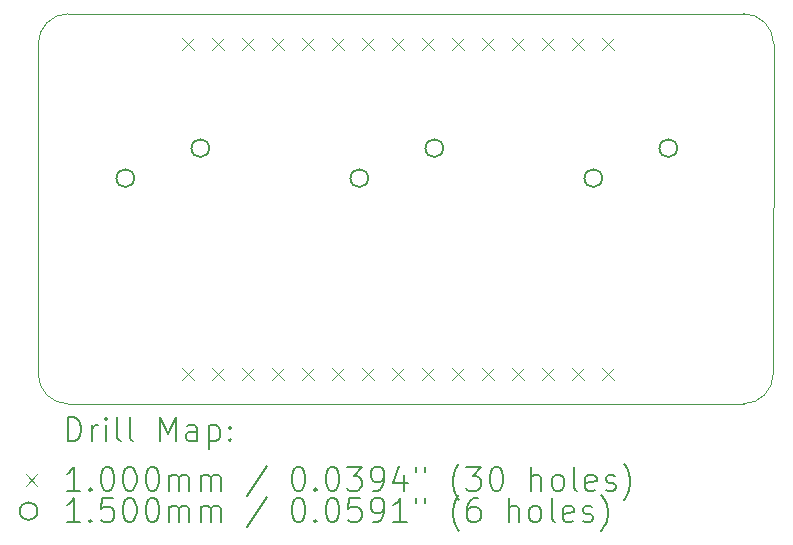
<source format=gbr>
%FSLAX45Y45*%
G04 Gerber Fmt 4.5, Leading zero omitted, Abs format (unit mm)*
G04 Created by KiCad (PCBNEW (6.0.4-0)) date 2022-04-05 18:33:46*
%MOMM*%
%LPD*%
G01*
G04 APERTURE LIST*
%TA.AperFunction,Profile*%
%ADD10C,0.100000*%
%TD*%
%ADD11C,0.200000*%
%ADD12C,0.100000*%
%ADD13C,0.150000*%
G04 APERTURE END LIST*
D10*
X4443400Y-13335000D02*
X4445000Y-10541000D01*
X4697400Y-10287005D02*
G75*
G03*
X4445000Y-10541000I1600J-253995D01*
G01*
X10417200Y-10287000D02*
X4697400Y-10287000D01*
X4443400Y-13335000D02*
G75*
G03*
X4697400Y-13589000I254000J0D01*
G01*
X10671200Y-10541000D02*
G75*
G03*
X10417200Y-10287000I-254000J0D01*
G01*
X10417200Y-13589000D02*
G75*
G03*
X10668000Y-13335000I-3220J254000D01*
G01*
X10417200Y-13589000D02*
X4697400Y-13589000D01*
X10668000Y-13335000D02*
X10671200Y-10541000D01*
D11*
D12*
X5665000Y-10491000D02*
X5765000Y-10591000D01*
X5765000Y-10491000D02*
X5665000Y-10591000D01*
X5665500Y-13285000D02*
X5765500Y-13385000D01*
X5765500Y-13285000D02*
X5665500Y-13385000D01*
X5919000Y-10491000D02*
X6019000Y-10591000D01*
X6019000Y-10491000D02*
X5919000Y-10591000D01*
X5919500Y-13285000D02*
X6019500Y-13385000D01*
X6019500Y-13285000D02*
X5919500Y-13385000D01*
X6173000Y-10491000D02*
X6273000Y-10591000D01*
X6273000Y-10491000D02*
X6173000Y-10591000D01*
X6173500Y-13285000D02*
X6273500Y-13385000D01*
X6273500Y-13285000D02*
X6173500Y-13385000D01*
X6427000Y-10491000D02*
X6527000Y-10591000D01*
X6527000Y-10491000D02*
X6427000Y-10591000D01*
X6427500Y-13285000D02*
X6527500Y-13385000D01*
X6527500Y-13285000D02*
X6427500Y-13385000D01*
X6681000Y-10491000D02*
X6781000Y-10591000D01*
X6781000Y-10491000D02*
X6681000Y-10591000D01*
X6681500Y-13285000D02*
X6781500Y-13385000D01*
X6781500Y-13285000D02*
X6681500Y-13385000D01*
X6935000Y-10491000D02*
X7035000Y-10591000D01*
X7035000Y-10491000D02*
X6935000Y-10591000D01*
X6935500Y-13285000D02*
X7035500Y-13385000D01*
X7035500Y-13285000D02*
X6935500Y-13385000D01*
X7189000Y-10491000D02*
X7289000Y-10591000D01*
X7289000Y-10491000D02*
X7189000Y-10591000D01*
X7189500Y-13285000D02*
X7289500Y-13385000D01*
X7289500Y-13285000D02*
X7189500Y-13385000D01*
X7443000Y-10491000D02*
X7543000Y-10591000D01*
X7543000Y-10491000D02*
X7443000Y-10591000D01*
X7443500Y-13285000D02*
X7543500Y-13385000D01*
X7543500Y-13285000D02*
X7443500Y-13385000D01*
X7697000Y-10491000D02*
X7797000Y-10591000D01*
X7797000Y-10491000D02*
X7697000Y-10591000D01*
X7697500Y-13285000D02*
X7797500Y-13385000D01*
X7797500Y-13285000D02*
X7697500Y-13385000D01*
X7951000Y-10491000D02*
X8051000Y-10591000D01*
X8051000Y-10491000D02*
X7951000Y-10591000D01*
X7951500Y-13285000D02*
X8051500Y-13385000D01*
X8051500Y-13285000D02*
X7951500Y-13385000D01*
X8205000Y-10491000D02*
X8305000Y-10591000D01*
X8305000Y-10491000D02*
X8205000Y-10591000D01*
X8205500Y-13285000D02*
X8305500Y-13385000D01*
X8305500Y-13285000D02*
X8205500Y-13385000D01*
X8459000Y-10491000D02*
X8559000Y-10591000D01*
X8559000Y-10491000D02*
X8459000Y-10591000D01*
X8459500Y-13285000D02*
X8559500Y-13385000D01*
X8559500Y-13285000D02*
X8459500Y-13385000D01*
X8713000Y-10491000D02*
X8813000Y-10591000D01*
X8813000Y-10491000D02*
X8713000Y-10591000D01*
X8713500Y-13285000D02*
X8813500Y-13385000D01*
X8813500Y-13285000D02*
X8713500Y-13385000D01*
X8967000Y-10491000D02*
X9067000Y-10591000D01*
X9067000Y-10491000D02*
X8967000Y-10591000D01*
X8967500Y-13285000D02*
X9067500Y-13385000D01*
X9067500Y-13285000D02*
X8967500Y-13385000D01*
X9221000Y-10491000D02*
X9321000Y-10591000D01*
X9321000Y-10491000D02*
X9221000Y-10591000D01*
X9221500Y-13285000D02*
X9321500Y-13385000D01*
X9321500Y-13285000D02*
X9221500Y-13385000D01*
D13*
X5256600Y-11678600D02*
G75*
G03*
X5256600Y-11678600I-75000J0D01*
G01*
X5891600Y-11424600D02*
G75*
G03*
X5891600Y-11424600I-75000J0D01*
G01*
X7237800Y-11678600D02*
G75*
G03*
X7237800Y-11678600I-75000J0D01*
G01*
X7872800Y-11424600D02*
G75*
G03*
X7872800Y-11424600I-75000J0D01*
G01*
X9219000Y-11678600D02*
G75*
G03*
X9219000Y-11678600I-75000J0D01*
G01*
X9854000Y-11424600D02*
G75*
G03*
X9854000Y-11424600I-75000J0D01*
G01*
D11*
X4696019Y-13904476D02*
X4696019Y-13704476D01*
X4743638Y-13704476D01*
X4772210Y-13714000D01*
X4791257Y-13733048D01*
X4800781Y-13752095D01*
X4810305Y-13790190D01*
X4810305Y-13818762D01*
X4800781Y-13856857D01*
X4791257Y-13875905D01*
X4772210Y-13894952D01*
X4743638Y-13904476D01*
X4696019Y-13904476D01*
X4896019Y-13904476D02*
X4896019Y-13771143D01*
X4896019Y-13809238D02*
X4905543Y-13790190D01*
X4915067Y-13780667D01*
X4934114Y-13771143D01*
X4953162Y-13771143D01*
X5019829Y-13904476D02*
X5019829Y-13771143D01*
X5019829Y-13704476D02*
X5010305Y-13714000D01*
X5019829Y-13723524D01*
X5029352Y-13714000D01*
X5019829Y-13704476D01*
X5019829Y-13723524D01*
X5143638Y-13904476D02*
X5124590Y-13894952D01*
X5115067Y-13875905D01*
X5115067Y-13704476D01*
X5248400Y-13904476D02*
X5229352Y-13894952D01*
X5219829Y-13875905D01*
X5219829Y-13704476D01*
X5476971Y-13904476D02*
X5476971Y-13704476D01*
X5543638Y-13847333D01*
X5610305Y-13704476D01*
X5610305Y-13904476D01*
X5791257Y-13904476D02*
X5791257Y-13799714D01*
X5781733Y-13780667D01*
X5762686Y-13771143D01*
X5724590Y-13771143D01*
X5705543Y-13780667D01*
X5791257Y-13894952D02*
X5772209Y-13904476D01*
X5724590Y-13904476D01*
X5705543Y-13894952D01*
X5696019Y-13875905D01*
X5696019Y-13856857D01*
X5705543Y-13837809D01*
X5724590Y-13828286D01*
X5772209Y-13828286D01*
X5791257Y-13818762D01*
X5886495Y-13771143D02*
X5886495Y-13971143D01*
X5886495Y-13780667D02*
X5905543Y-13771143D01*
X5943638Y-13771143D01*
X5962686Y-13780667D01*
X5972209Y-13790190D01*
X5981733Y-13809238D01*
X5981733Y-13866381D01*
X5972209Y-13885428D01*
X5962686Y-13894952D01*
X5943638Y-13904476D01*
X5905543Y-13904476D01*
X5886495Y-13894952D01*
X6067448Y-13885428D02*
X6076971Y-13894952D01*
X6067448Y-13904476D01*
X6057924Y-13894952D01*
X6067448Y-13885428D01*
X6067448Y-13904476D01*
X6067448Y-13780667D02*
X6076971Y-13790190D01*
X6067448Y-13799714D01*
X6057924Y-13790190D01*
X6067448Y-13780667D01*
X6067448Y-13799714D01*
D12*
X4338400Y-14184000D02*
X4438400Y-14284000D01*
X4438400Y-14184000D02*
X4338400Y-14284000D01*
D11*
X4800781Y-14324476D02*
X4686495Y-14324476D01*
X4743638Y-14324476D02*
X4743638Y-14124476D01*
X4724590Y-14153048D01*
X4705543Y-14172095D01*
X4686495Y-14181619D01*
X4886495Y-14305428D02*
X4896019Y-14314952D01*
X4886495Y-14324476D01*
X4876971Y-14314952D01*
X4886495Y-14305428D01*
X4886495Y-14324476D01*
X5019829Y-14124476D02*
X5038876Y-14124476D01*
X5057924Y-14134000D01*
X5067448Y-14143524D01*
X5076971Y-14162571D01*
X5086495Y-14200667D01*
X5086495Y-14248286D01*
X5076971Y-14286381D01*
X5067448Y-14305428D01*
X5057924Y-14314952D01*
X5038876Y-14324476D01*
X5019829Y-14324476D01*
X5000781Y-14314952D01*
X4991257Y-14305428D01*
X4981733Y-14286381D01*
X4972210Y-14248286D01*
X4972210Y-14200667D01*
X4981733Y-14162571D01*
X4991257Y-14143524D01*
X5000781Y-14134000D01*
X5019829Y-14124476D01*
X5210305Y-14124476D02*
X5229352Y-14124476D01*
X5248400Y-14134000D01*
X5257924Y-14143524D01*
X5267448Y-14162571D01*
X5276971Y-14200667D01*
X5276971Y-14248286D01*
X5267448Y-14286381D01*
X5257924Y-14305428D01*
X5248400Y-14314952D01*
X5229352Y-14324476D01*
X5210305Y-14324476D01*
X5191257Y-14314952D01*
X5181733Y-14305428D01*
X5172210Y-14286381D01*
X5162686Y-14248286D01*
X5162686Y-14200667D01*
X5172210Y-14162571D01*
X5181733Y-14143524D01*
X5191257Y-14134000D01*
X5210305Y-14124476D01*
X5400781Y-14124476D02*
X5419829Y-14124476D01*
X5438876Y-14134000D01*
X5448400Y-14143524D01*
X5457924Y-14162571D01*
X5467448Y-14200667D01*
X5467448Y-14248286D01*
X5457924Y-14286381D01*
X5448400Y-14305428D01*
X5438876Y-14314952D01*
X5419829Y-14324476D01*
X5400781Y-14324476D01*
X5381733Y-14314952D01*
X5372210Y-14305428D01*
X5362686Y-14286381D01*
X5353162Y-14248286D01*
X5353162Y-14200667D01*
X5362686Y-14162571D01*
X5372210Y-14143524D01*
X5381733Y-14134000D01*
X5400781Y-14124476D01*
X5553162Y-14324476D02*
X5553162Y-14191143D01*
X5553162Y-14210190D02*
X5562686Y-14200667D01*
X5581733Y-14191143D01*
X5610305Y-14191143D01*
X5629352Y-14200667D01*
X5638876Y-14219714D01*
X5638876Y-14324476D01*
X5638876Y-14219714D02*
X5648400Y-14200667D01*
X5667448Y-14191143D01*
X5696019Y-14191143D01*
X5715067Y-14200667D01*
X5724590Y-14219714D01*
X5724590Y-14324476D01*
X5819828Y-14324476D02*
X5819828Y-14191143D01*
X5819828Y-14210190D02*
X5829352Y-14200667D01*
X5848400Y-14191143D01*
X5876971Y-14191143D01*
X5896019Y-14200667D01*
X5905543Y-14219714D01*
X5905543Y-14324476D01*
X5905543Y-14219714D02*
X5915067Y-14200667D01*
X5934114Y-14191143D01*
X5962686Y-14191143D01*
X5981733Y-14200667D01*
X5991257Y-14219714D01*
X5991257Y-14324476D01*
X6381733Y-14114952D02*
X6210305Y-14372095D01*
X6638876Y-14124476D02*
X6657924Y-14124476D01*
X6676971Y-14134000D01*
X6686495Y-14143524D01*
X6696019Y-14162571D01*
X6705543Y-14200667D01*
X6705543Y-14248286D01*
X6696019Y-14286381D01*
X6686495Y-14305428D01*
X6676971Y-14314952D01*
X6657924Y-14324476D01*
X6638876Y-14324476D01*
X6619828Y-14314952D01*
X6610305Y-14305428D01*
X6600781Y-14286381D01*
X6591257Y-14248286D01*
X6591257Y-14200667D01*
X6600781Y-14162571D01*
X6610305Y-14143524D01*
X6619828Y-14134000D01*
X6638876Y-14124476D01*
X6791257Y-14305428D02*
X6800781Y-14314952D01*
X6791257Y-14324476D01*
X6781733Y-14314952D01*
X6791257Y-14305428D01*
X6791257Y-14324476D01*
X6924590Y-14124476D02*
X6943638Y-14124476D01*
X6962686Y-14134000D01*
X6972209Y-14143524D01*
X6981733Y-14162571D01*
X6991257Y-14200667D01*
X6991257Y-14248286D01*
X6981733Y-14286381D01*
X6972209Y-14305428D01*
X6962686Y-14314952D01*
X6943638Y-14324476D01*
X6924590Y-14324476D01*
X6905543Y-14314952D01*
X6896019Y-14305428D01*
X6886495Y-14286381D01*
X6876971Y-14248286D01*
X6876971Y-14200667D01*
X6886495Y-14162571D01*
X6896019Y-14143524D01*
X6905543Y-14134000D01*
X6924590Y-14124476D01*
X7057924Y-14124476D02*
X7181733Y-14124476D01*
X7115067Y-14200667D01*
X7143638Y-14200667D01*
X7162686Y-14210190D01*
X7172209Y-14219714D01*
X7181733Y-14238762D01*
X7181733Y-14286381D01*
X7172209Y-14305428D01*
X7162686Y-14314952D01*
X7143638Y-14324476D01*
X7086495Y-14324476D01*
X7067448Y-14314952D01*
X7057924Y-14305428D01*
X7276971Y-14324476D02*
X7315067Y-14324476D01*
X7334114Y-14314952D01*
X7343638Y-14305428D01*
X7362686Y-14276857D01*
X7372209Y-14238762D01*
X7372209Y-14162571D01*
X7362686Y-14143524D01*
X7353162Y-14134000D01*
X7334114Y-14124476D01*
X7296019Y-14124476D01*
X7276971Y-14134000D01*
X7267448Y-14143524D01*
X7257924Y-14162571D01*
X7257924Y-14210190D01*
X7267448Y-14229238D01*
X7276971Y-14238762D01*
X7296019Y-14248286D01*
X7334114Y-14248286D01*
X7353162Y-14238762D01*
X7362686Y-14229238D01*
X7372209Y-14210190D01*
X7543638Y-14191143D02*
X7543638Y-14324476D01*
X7496019Y-14114952D02*
X7448400Y-14257809D01*
X7572209Y-14257809D01*
X7638876Y-14124476D02*
X7638876Y-14162571D01*
X7715067Y-14124476D02*
X7715067Y-14162571D01*
X8010305Y-14400667D02*
X8000781Y-14391143D01*
X7981733Y-14362571D01*
X7972209Y-14343524D01*
X7962686Y-14314952D01*
X7953162Y-14267333D01*
X7953162Y-14229238D01*
X7962686Y-14181619D01*
X7972209Y-14153048D01*
X7981733Y-14134000D01*
X8000781Y-14105428D01*
X8010305Y-14095905D01*
X8067448Y-14124476D02*
X8191257Y-14124476D01*
X8124590Y-14200667D01*
X8153162Y-14200667D01*
X8172209Y-14210190D01*
X8181733Y-14219714D01*
X8191257Y-14238762D01*
X8191257Y-14286381D01*
X8181733Y-14305428D01*
X8172209Y-14314952D01*
X8153162Y-14324476D01*
X8096019Y-14324476D01*
X8076971Y-14314952D01*
X8067448Y-14305428D01*
X8315067Y-14124476D02*
X8334114Y-14124476D01*
X8353162Y-14134000D01*
X8362686Y-14143524D01*
X8372209Y-14162571D01*
X8381733Y-14200667D01*
X8381733Y-14248286D01*
X8372209Y-14286381D01*
X8362686Y-14305428D01*
X8353162Y-14314952D01*
X8334114Y-14324476D01*
X8315067Y-14324476D01*
X8296019Y-14314952D01*
X8286495Y-14305428D01*
X8276971Y-14286381D01*
X8267448Y-14248286D01*
X8267448Y-14200667D01*
X8276971Y-14162571D01*
X8286495Y-14143524D01*
X8296019Y-14134000D01*
X8315067Y-14124476D01*
X8619829Y-14324476D02*
X8619829Y-14124476D01*
X8705543Y-14324476D02*
X8705543Y-14219714D01*
X8696019Y-14200667D01*
X8676971Y-14191143D01*
X8648400Y-14191143D01*
X8629352Y-14200667D01*
X8619829Y-14210190D01*
X8829352Y-14324476D02*
X8810305Y-14314952D01*
X8800781Y-14305428D01*
X8791257Y-14286381D01*
X8791257Y-14229238D01*
X8800781Y-14210190D01*
X8810305Y-14200667D01*
X8829352Y-14191143D01*
X8857924Y-14191143D01*
X8876971Y-14200667D01*
X8886495Y-14210190D01*
X8896019Y-14229238D01*
X8896019Y-14286381D01*
X8886495Y-14305428D01*
X8876971Y-14314952D01*
X8857924Y-14324476D01*
X8829352Y-14324476D01*
X9010305Y-14324476D02*
X8991257Y-14314952D01*
X8981733Y-14295905D01*
X8981733Y-14124476D01*
X9162686Y-14314952D02*
X9143638Y-14324476D01*
X9105543Y-14324476D01*
X9086495Y-14314952D01*
X9076971Y-14295905D01*
X9076971Y-14219714D01*
X9086495Y-14200667D01*
X9105543Y-14191143D01*
X9143638Y-14191143D01*
X9162686Y-14200667D01*
X9172210Y-14219714D01*
X9172210Y-14238762D01*
X9076971Y-14257809D01*
X9248400Y-14314952D02*
X9267448Y-14324476D01*
X9305543Y-14324476D01*
X9324590Y-14314952D01*
X9334114Y-14295905D01*
X9334114Y-14286381D01*
X9324590Y-14267333D01*
X9305543Y-14257809D01*
X9276971Y-14257809D01*
X9257924Y-14248286D01*
X9248400Y-14229238D01*
X9248400Y-14219714D01*
X9257924Y-14200667D01*
X9276971Y-14191143D01*
X9305543Y-14191143D01*
X9324590Y-14200667D01*
X9400781Y-14400667D02*
X9410305Y-14391143D01*
X9429352Y-14362571D01*
X9438876Y-14343524D01*
X9448400Y-14314952D01*
X9457924Y-14267333D01*
X9457924Y-14229238D01*
X9448400Y-14181619D01*
X9438876Y-14153048D01*
X9429352Y-14134000D01*
X9410305Y-14105428D01*
X9400781Y-14095905D01*
D13*
X4438400Y-14498000D02*
G75*
G03*
X4438400Y-14498000I-75000J0D01*
G01*
D11*
X4800781Y-14588476D02*
X4686495Y-14588476D01*
X4743638Y-14588476D02*
X4743638Y-14388476D01*
X4724590Y-14417048D01*
X4705543Y-14436095D01*
X4686495Y-14445619D01*
X4886495Y-14569428D02*
X4896019Y-14578952D01*
X4886495Y-14588476D01*
X4876971Y-14578952D01*
X4886495Y-14569428D01*
X4886495Y-14588476D01*
X5076971Y-14388476D02*
X4981733Y-14388476D01*
X4972210Y-14483714D01*
X4981733Y-14474190D01*
X5000781Y-14464667D01*
X5048400Y-14464667D01*
X5067448Y-14474190D01*
X5076971Y-14483714D01*
X5086495Y-14502762D01*
X5086495Y-14550381D01*
X5076971Y-14569428D01*
X5067448Y-14578952D01*
X5048400Y-14588476D01*
X5000781Y-14588476D01*
X4981733Y-14578952D01*
X4972210Y-14569428D01*
X5210305Y-14388476D02*
X5229352Y-14388476D01*
X5248400Y-14398000D01*
X5257924Y-14407524D01*
X5267448Y-14426571D01*
X5276971Y-14464667D01*
X5276971Y-14512286D01*
X5267448Y-14550381D01*
X5257924Y-14569428D01*
X5248400Y-14578952D01*
X5229352Y-14588476D01*
X5210305Y-14588476D01*
X5191257Y-14578952D01*
X5181733Y-14569428D01*
X5172210Y-14550381D01*
X5162686Y-14512286D01*
X5162686Y-14464667D01*
X5172210Y-14426571D01*
X5181733Y-14407524D01*
X5191257Y-14398000D01*
X5210305Y-14388476D01*
X5400781Y-14388476D02*
X5419829Y-14388476D01*
X5438876Y-14398000D01*
X5448400Y-14407524D01*
X5457924Y-14426571D01*
X5467448Y-14464667D01*
X5467448Y-14512286D01*
X5457924Y-14550381D01*
X5448400Y-14569428D01*
X5438876Y-14578952D01*
X5419829Y-14588476D01*
X5400781Y-14588476D01*
X5381733Y-14578952D01*
X5372210Y-14569428D01*
X5362686Y-14550381D01*
X5353162Y-14512286D01*
X5353162Y-14464667D01*
X5362686Y-14426571D01*
X5372210Y-14407524D01*
X5381733Y-14398000D01*
X5400781Y-14388476D01*
X5553162Y-14588476D02*
X5553162Y-14455143D01*
X5553162Y-14474190D02*
X5562686Y-14464667D01*
X5581733Y-14455143D01*
X5610305Y-14455143D01*
X5629352Y-14464667D01*
X5638876Y-14483714D01*
X5638876Y-14588476D01*
X5638876Y-14483714D02*
X5648400Y-14464667D01*
X5667448Y-14455143D01*
X5696019Y-14455143D01*
X5715067Y-14464667D01*
X5724590Y-14483714D01*
X5724590Y-14588476D01*
X5819828Y-14588476D02*
X5819828Y-14455143D01*
X5819828Y-14474190D02*
X5829352Y-14464667D01*
X5848400Y-14455143D01*
X5876971Y-14455143D01*
X5896019Y-14464667D01*
X5905543Y-14483714D01*
X5905543Y-14588476D01*
X5905543Y-14483714D02*
X5915067Y-14464667D01*
X5934114Y-14455143D01*
X5962686Y-14455143D01*
X5981733Y-14464667D01*
X5991257Y-14483714D01*
X5991257Y-14588476D01*
X6381733Y-14378952D02*
X6210305Y-14636095D01*
X6638876Y-14388476D02*
X6657924Y-14388476D01*
X6676971Y-14398000D01*
X6686495Y-14407524D01*
X6696019Y-14426571D01*
X6705543Y-14464667D01*
X6705543Y-14512286D01*
X6696019Y-14550381D01*
X6686495Y-14569428D01*
X6676971Y-14578952D01*
X6657924Y-14588476D01*
X6638876Y-14588476D01*
X6619828Y-14578952D01*
X6610305Y-14569428D01*
X6600781Y-14550381D01*
X6591257Y-14512286D01*
X6591257Y-14464667D01*
X6600781Y-14426571D01*
X6610305Y-14407524D01*
X6619828Y-14398000D01*
X6638876Y-14388476D01*
X6791257Y-14569428D02*
X6800781Y-14578952D01*
X6791257Y-14588476D01*
X6781733Y-14578952D01*
X6791257Y-14569428D01*
X6791257Y-14588476D01*
X6924590Y-14388476D02*
X6943638Y-14388476D01*
X6962686Y-14398000D01*
X6972209Y-14407524D01*
X6981733Y-14426571D01*
X6991257Y-14464667D01*
X6991257Y-14512286D01*
X6981733Y-14550381D01*
X6972209Y-14569428D01*
X6962686Y-14578952D01*
X6943638Y-14588476D01*
X6924590Y-14588476D01*
X6905543Y-14578952D01*
X6896019Y-14569428D01*
X6886495Y-14550381D01*
X6876971Y-14512286D01*
X6876971Y-14464667D01*
X6886495Y-14426571D01*
X6896019Y-14407524D01*
X6905543Y-14398000D01*
X6924590Y-14388476D01*
X7172209Y-14388476D02*
X7076971Y-14388476D01*
X7067448Y-14483714D01*
X7076971Y-14474190D01*
X7096019Y-14464667D01*
X7143638Y-14464667D01*
X7162686Y-14474190D01*
X7172209Y-14483714D01*
X7181733Y-14502762D01*
X7181733Y-14550381D01*
X7172209Y-14569428D01*
X7162686Y-14578952D01*
X7143638Y-14588476D01*
X7096019Y-14588476D01*
X7076971Y-14578952D01*
X7067448Y-14569428D01*
X7276971Y-14588476D02*
X7315067Y-14588476D01*
X7334114Y-14578952D01*
X7343638Y-14569428D01*
X7362686Y-14540857D01*
X7372209Y-14502762D01*
X7372209Y-14426571D01*
X7362686Y-14407524D01*
X7353162Y-14398000D01*
X7334114Y-14388476D01*
X7296019Y-14388476D01*
X7276971Y-14398000D01*
X7267448Y-14407524D01*
X7257924Y-14426571D01*
X7257924Y-14474190D01*
X7267448Y-14493238D01*
X7276971Y-14502762D01*
X7296019Y-14512286D01*
X7334114Y-14512286D01*
X7353162Y-14502762D01*
X7362686Y-14493238D01*
X7372209Y-14474190D01*
X7562686Y-14588476D02*
X7448400Y-14588476D01*
X7505543Y-14588476D02*
X7505543Y-14388476D01*
X7486495Y-14417048D01*
X7467448Y-14436095D01*
X7448400Y-14445619D01*
X7638876Y-14388476D02*
X7638876Y-14426571D01*
X7715067Y-14388476D02*
X7715067Y-14426571D01*
X8010305Y-14664667D02*
X8000781Y-14655143D01*
X7981733Y-14626571D01*
X7972209Y-14607524D01*
X7962686Y-14578952D01*
X7953162Y-14531333D01*
X7953162Y-14493238D01*
X7962686Y-14445619D01*
X7972209Y-14417048D01*
X7981733Y-14398000D01*
X8000781Y-14369428D01*
X8010305Y-14359905D01*
X8172209Y-14388476D02*
X8134114Y-14388476D01*
X8115067Y-14398000D01*
X8105543Y-14407524D01*
X8086495Y-14436095D01*
X8076971Y-14474190D01*
X8076971Y-14550381D01*
X8086495Y-14569428D01*
X8096019Y-14578952D01*
X8115067Y-14588476D01*
X8153162Y-14588476D01*
X8172209Y-14578952D01*
X8181733Y-14569428D01*
X8191257Y-14550381D01*
X8191257Y-14502762D01*
X8181733Y-14483714D01*
X8172209Y-14474190D01*
X8153162Y-14464667D01*
X8115067Y-14464667D01*
X8096019Y-14474190D01*
X8086495Y-14483714D01*
X8076971Y-14502762D01*
X8429352Y-14588476D02*
X8429352Y-14388476D01*
X8515067Y-14588476D02*
X8515067Y-14483714D01*
X8505543Y-14464667D01*
X8486495Y-14455143D01*
X8457924Y-14455143D01*
X8438876Y-14464667D01*
X8429352Y-14474190D01*
X8638876Y-14588476D02*
X8619829Y-14578952D01*
X8610305Y-14569428D01*
X8600781Y-14550381D01*
X8600781Y-14493238D01*
X8610305Y-14474190D01*
X8619829Y-14464667D01*
X8638876Y-14455143D01*
X8667448Y-14455143D01*
X8686495Y-14464667D01*
X8696019Y-14474190D01*
X8705543Y-14493238D01*
X8705543Y-14550381D01*
X8696019Y-14569428D01*
X8686495Y-14578952D01*
X8667448Y-14588476D01*
X8638876Y-14588476D01*
X8819829Y-14588476D02*
X8800781Y-14578952D01*
X8791257Y-14559905D01*
X8791257Y-14388476D01*
X8972210Y-14578952D02*
X8953162Y-14588476D01*
X8915067Y-14588476D01*
X8896019Y-14578952D01*
X8886495Y-14559905D01*
X8886495Y-14483714D01*
X8896019Y-14464667D01*
X8915067Y-14455143D01*
X8953162Y-14455143D01*
X8972210Y-14464667D01*
X8981733Y-14483714D01*
X8981733Y-14502762D01*
X8886495Y-14521809D01*
X9057924Y-14578952D02*
X9076971Y-14588476D01*
X9115067Y-14588476D01*
X9134114Y-14578952D01*
X9143638Y-14559905D01*
X9143638Y-14550381D01*
X9134114Y-14531333D01*
X9115067Y-14521809D01*
X9086495Y-14521809D01*
X9067448Y-14512286D01*
X9057924Y-14493238D01*
X9057924Y-14483714D01*
X9067448Y-14464667D01*
X9086495Y-14455143D01*
X9115067Y-14455143D01*
X9134114Y-14464667D01*
X9210305Y-14664667D02*
X9219829Y-14655143D01*
X9238876Y-14626571D01*
X9248400Y-14607524D01*
X9257924Y-14578952D01*
X9267448Y-14531333D01*
X9267448Y-14493238D01*
X9257924Y-14445619D01*
X9248400Y-14417048D01*
X9238876Y-14398000D01*
X9219829Y-14369428D01*
X9210305Y-14359905D01*
M02*

</source>
